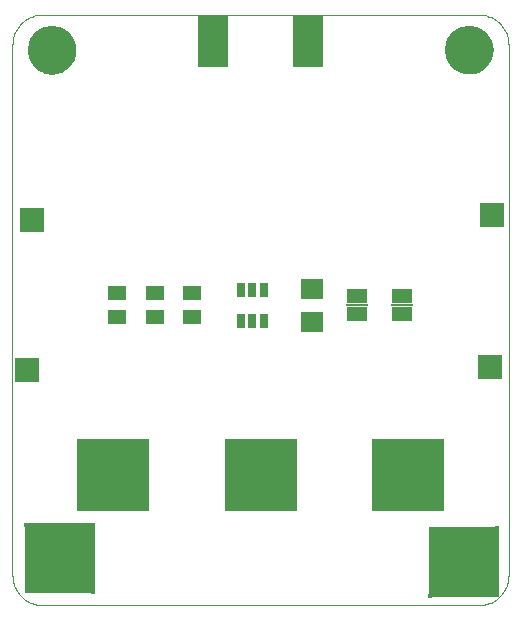
<source format=gts>
G75*
G70*
%OFA0B0*%
%FSLAX24Y24*%
%IPPOS*%
%LPD*%
%AMOC8*
5,1,8,0,0,1.08239X$1,22.5*
%
%ADD10C,0.0000*%
%ADD11C,0.1615*%
%ADD12C,0.0004*%
%ADD13R,0.0984X0.1772*%
%ADD14R,0.0257X0.0512*%
%ADD15R,0.2430X0.2430*%
%ADD16R,0.0749X0.0670*%
%ADD17R,0.0591X0.0473*%
%ADD18R,0.0827X0.0827*%
%ADD19R,0.0670X0.0500*%
%ADD20R,0.0720X0.0060*%
%ADD21R,0.2340X0.2340*%
%ADD22R,0.0160X0.0160*%
D10*
X002243Y020379D02*
X002245Y020435D01*
X002251Y020490D01*
X002261Y020544D01*
X002274Y020598D01*
X002292Y020651D01*
X002313Y020702D01*
X002337Y020752D01*
X002365Y020800D01*
X002397Y020846D01*
X002431Y020890D01*
X002469Y020931D01*
X002509Y020969D01*
X002552Y021004D01*
X002597Y021036D01*
X002645Y021065D01*
X002694Y021091D01*
X002745Y021113D01*
X002797Y021131D01*
X002851Y021145D01*
X002906Y021156D01*
X002961Y021163D01*
X003016Y021166D01*
X003072Y021165D01*
X003127Y021160D01*
X003182Y021151D01*
X003236Y021139D01*
X003289Y021122D01*
X003341Y021102D01*
X003391Y021078D01*
X003439Y021051D01*
X003486Y021021D01*
X003530Y020987D01*
X003572Y020950D01*
X003610Y020910D01*
X003647Y020868D01*
X003680Y020823D01*
X003709Y020777D01*
X003736Y020728D01*
X003758Y020677D01*
X003778Y020625D01*
X003793Y020571D01*
X003805Y020517D01*
X003813Y020462D01*
X003817Y020407D01*
X003817Y020351D01*
X003813Y020296D01*
X003805Y020241D01*
X003793Y020187D01*
X003778Y020133D01*
X003758Y020081D01*
X003736Y020030D01*
X003709Y019981D01*
X003680Y019935D01*
X003647Y019890D01*
X003610Y019848D01*
X003572Y019808D01*
X003530Y019771D01*
X003486Y019737D01*
X003439Y019707D01*
X003391Y019680D01*
X003341Y019656D01*
X003289Y019636D01*
X003236Y019619D01*
X003182Y019607D01*
X003127Y019598D01*
X003072Y019593D01*
X003016Y019592D01*
X002961Y019595D01*
X002906Y019602D01*
X002851Y019613D01*
X002797Y019627D01*
X002745Y019645D01*
X002694Y019667D01*
X002645Y019693D01*
X002597Y019722D01*
X002552Y019754D01*
X002509Y019789D01*
X002469Y019827D01*
X002431Y019868D01*
X002397Y019912D01*
X002365Y019958D01*
X002337Y020006D01*
X002313Y020056D01*
X002292Y020107D01*
X002274Y020160D01*
X002261Y020214D01*
X002251Y020268D01*
X002245Y020323D01*
X002243Y020379D01*
X016153Y020385D02*
X016155Y020441D01*
X016161Y020496D01*
X016171Y020550D01*
X016184Y020604D01*
X016202Y020657D01*
X016223Y020708D01*
X016247Y020758D01*
X016275Y020806D01*
X016307Y020852D01*
X016341Y020896D01*
X016379Y020937D01*
X016419Y020975D01*
X016462Y021010D01*
X016507Y021042D01*
X016555Y021071D01*
X016604Y021097D01*
X016655Y021119D01*
X016707Y021137D01*
X016761Y021151D01*
X016816Y021162D01*
X016871Y021169D01*
X016926Y021172D01*
X016982Y021171D01*
X017037Y021166D01*
X017092Y021157D01*
X017146Y021145D01*
X017199Y021128D01*
X017251Y021108D01*
X017301Y021084D01*
X017349Y021057D01*
X017396Y021027D01*
X017440Y020993D01*
X017482Y020956D01*
X017520Y020916D01*
X017557Y020874D01*
X017590Y020829D01*
X017619Y020783D01*
X017646Y020734D01*
X017668Y020683D01*
X017688Y020631D01*
X017703Y020577D01*
X017715Y020523D01*
X017723Y020468D01*
X017727Y020413D01*
X017727Y020357D01*
X017723Y020302D01*
X017715Y020247D01*
X017703Y020193D01*
X017688Y020139D01*
X017668Y020087D01*
X017646Y020036D01*
X017619Y019987D01*
X017590Y019941D01*
X017557Y019896D01*
X017520Y019854D01*
X017482Y019814D01*
X017440Y019777D01*
X017396Y019743D01*
X017349Y019713D01*
X017301Y019686D01*
X017251Y019662D01*
X017199Y019642D01*
X017146Y019625D01*
X017092Y019613D01*
X017037Y019604D01*
X016982Y019599D01*
X016926Y019598D01*
X016871Y019601D01*
X016816Y019608D01*
X016761Y019619D01*
X016707Y019633D01*
X016655Y019651D01*
X016604Y019673D01*
X016555Y019699D01*
X016507Y019728D01*
X016462Y019760D01*
X016419Y019795D01*
X016379Y019833D01*
X016341Y019874D01*
X016307Y019918D01*
X016275Y019964D01*
X016247Y020012D01*
X016223Y020062D01*
X016202Y020113D01*
X016184Y020166D01*
X016171Y020220D01*
X016161Y020274D01*
X016155Y020329D01*
X016153Y020385D01*
D11*
X016940Y020385D03*
X003030Y020379D03*
D12*
X002723Y001875D02*
X009597Y001875D01*
X017259Y001875D01*
X017319Y001877D01*
X017380Y001882D01*
X017439Y001891D01*
X017498Y001904D01*
X017557Y001920D01*
X017614Y001940D01*
X017669Y001963D01*
X017724Y001990D01*
X017776Y002019D01*
X017827Y002052D01*
X017876Y002088D01*
X017922Y002126D01*
X017966Y002168D01*
X018008Y002212D01*
X018046Y002258D01*
X018082Y002307D01*
X018115Y002358D01*
X018144Y002410D01*
X018171Y002465D01*
X018194Y002520D01*
X018214Y002577D01*
X018230Y002636D01*
X018243Y002695D01*
X018252Y002754D01*
X018257Y002815D01*
X018259Y002875D01*
X018259Y010142D01*
X018259Y020560D01*
X018257Y020620D01*
X018252Y020681D01*
X018243Y020740D01*
X018230Y020799D01*
X018214Y020858D01*
X018194Y020915D01*
X018171Y020970D01*
X018144Y021025D01*
X018115Y021077D01*
X018082Y021128D01*
X018046Y021177D01*
X018008Y021223D01*
X017966Y021267D01*
X017922Y021309D01*
X017876Y021347D01*
X017827Y021383D01*
X017776Y021416D01*
X017724Y021445D01*
X017669Y021472D01*
X017614Y021495D01*
X017557Y021515D01*
X017498Y021531D01*
X017439Y021544D01*
X017380Y021553D01*
X017319Y021558D01*
X017259Y021560D01*
X010385Y021560D01*
X002723Y021560D01*
X002663Y021558D01*
X002602Y021553D01*
X002543Y021544D01*
X002484Y021531D01*
X002425Y021515D01*
X002368Y021495D01*
X002313Y021472D01*
X002258Y021445D01*
X002206Y021416D01*
X002155Y021383D01*
X002106Y021347D01*
X002060Y021309D01*
X002016Y021267D01*
X001974Y021223D01*
X001936Y021177D01*
X001900Y021128D01*
X001867Y021077D01*
X001838Y021025D01*
X001811Y020970D01*
X001788Y020915D01*
X001768Y020858D01*
X001752Y020799D01*
X001739Y020740D01*
X001730Y020681D01*
X001725Y020620D01*
X001723Y020560D01*
X001723Y010930D01*
X001723Y002875D01*
X001725Y002815D01*
X001730Y002754D01*
X001739Y002695D01*
X001752Y002636D01*
X001768Y002577D01*
X001788Y002520D01*
X001811Y002465D01*
X001838Y002410D01*
X001867Y002358D01*
X001900Y002307D01*
X001936Y002258D01*
X001974Y002212D01*
X002016Y002168D01*
X002060Y002126D01*
X002106Y002088D01*
X002155Y002052D01*
X002206Y002019D01*
X002258Y001990D01*
X002313Y001963D01*
X002368Y001940D01*
X002425Y001920D01*
X002484Y001904D01*
X002543Y001891D01*
X002602Y001882D01*
X002663Y001877D01*
X002723Y001875D01*
D13*
X008416Y020674D03*
X011566Y020674D03*
D14*
X010097Y012386D03*
X009723Y012386D03*
X009349Y012386D03*
X009349Y011363D03*
X009723Y011363D03*
X010097Y011363D03*
D15*
X009991Y006205D03*
X005070Y006205D03*
X014912Y006205D03*
D16*
X011723Y011323D03*
X011723Y012426D03*
D17*
X007723Y012268D03*
X007723Y011481D03*
X006473Y011481D03*
X006473Y012268D03*
X005223Y012268D03*
X005223Y011481D03*
D18*
X002223Y009701D03*
X002365Y014729D03*
X017625Y009808D03*
X017723Y014875D03*
D19*
X014723Y012175D03*
X014723Y011575D03*
X013223Y011575D03*
X013223Y012175D03*
D20*
X013223Y011875D03*
X014723Y011875D03*
D21*
X016763Y003300D03*
X003298Y003449D03*
D22*
X004418Y002329D03*
X002158Y004549D03*
X015643Y002180D03*
X017863Y004440D03*
M02*

</source>
